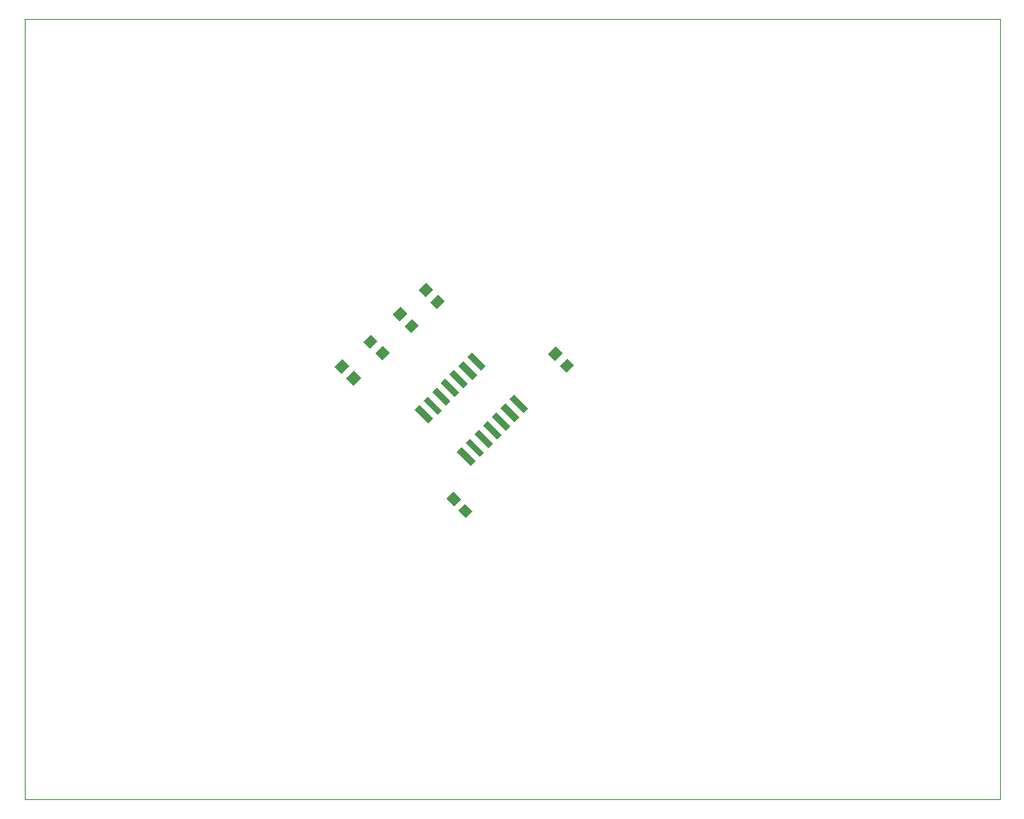
<source format=gtp>
G75*
%MOIN*%
%OFA0B0*%
%FSLAX24Y24*%
%IPPOS*%
%LPD*%
%AMOC8*
5,1,8,0,0,1.08239X$1,22.5*
%
%ADD10C,0.0000*%
%ADD11R,0.0260X0.0800*%
%ADD12R,0.0433X0.0394*%
%ADD13R,0.0394X0.0433*%
D10*
X000100Y000100D02*
X000100Y031596D01*
X039470Y031596D01*
X039470Y000100D01*
X000100Y000100D01*
D11*
G36*
X018309Y013764D02*
X018125Y013580D01*
X017561Y014144D01*
X017745Y014328D01*
X018309Y013764D01*
G37*
G36*
X018662Y014117D02*
X018478Y013933D01*
X017914Y014497D01*
X018098Y014681D01*
X018662Y014117D01*
G37*
G36*
X019016Y014471D02*
X018832Y014287D01*
X018268Y014851D01*
X018452Y015035D01*
X019016Y014471D01*
G37*
G36*
X019370Y014824D02*
X019186Y014640D01*
X018622Y015204D01*
X018806Y015388D01*
X019370Y014824D01*
G37*
G36*
X019723Y015178D02*
X019539Y014994D01*
X018975Y015558D01*
X019159Y015742D01*
X019723Y015178D01*
G37*
G36*
X020077Y015532D02*
X019893Y015348D01*
X019329Y015912D01*
X019513Y016096D01*
X020077Y015532D01*
G37*
G36*
X020430Y015885D02*
X020246Y015701D01*
X019682Y016265D01*
X019866Y016449D01*
X020430Y015885D01*
G37*
G36*
X018719Y017596D02*
X018535Y017412D01*
X017971Y017976D01*
X018155Y018160D01*
X018719Y017596D01*
G37*
G36*
X018366Y017243D02*
X018182Y017059D01*
X017618Y017623D01*
X017802Y017807D01*
X018366Y017243D01*
G37*
G36*
X018012Y016889D02*
X017828Y016705D01*
X017264Y017269D01*
X017448Y017453D01*
X018012Y016889D01*
G37*
G36*
X017658Y016536D02*
X017474Y016352D01*
X016910Y016916D01*
X017094Y017100D01*
X017658Y016536D01*
G37*
G36*
X017305Y016182D02*
X017121Y015998D01*
X016557Y016562D01*
X016741Y016746D01*
X017305Y016182D01*
G37*
G36*
X016951Y015828D02*
X016767Y015644D01*
X016203Y016208D01*
X016387Y016392D01*
X016951Y015828D01*
G37*
G36*
X016598Y015475D02*
X016414Y015291D01*
X015850Y015855D01*
X016034Y016039D01*
X016598Y015475D01*
G37*
D12*
G36*
X017445Y011950D02*
X017147Y012261D01*
X017431Y012534D01*
X017729Y012223D01*
X017445Y011950D01*
G37*
G36*
X017909Y011466D02*
X017611Y011777D01*
X017895Y012050D01*
X018193Y011739D01*
X017909Y011466D01*
G37*
D13*
G36*
X013400Y017405D02*
X013679Y017126D01*
X013374Y016821D01*
X013095Y017100D01*
X013400Y017405D01*
G37*
G36*
X012926Y017879D02*
X013205Y017600D01*
X012900Y017295D01*
X012621Y017574D01*
X012926Y017879D01*
G37*
G36*
X014086Y018889D02*
X014365Y018610D01*
X014060Y018305D01*
X013781Y018584D01*
X014086Y018889D01*
G37*
G36*
X014560Y018415D02*
X014839Y018136D01*
X014534Y017831D01*
X014255Y018110D01*
X014560Y018415D01*
G37*
G36*
X015750Y019525D02*
X016029Y019246D01*
X015724Y018941D01*
X015445Y019220D01*
X015750Y019525D01*
G37*
G36*
X015276Y019999D02*
X015555Y019720D01*
X015250Y019415D01*
X014971Y019694D01*
X015276Y019999D01*
G37*
G36*
X016316Y020969D02*
X016595Y020690D01*
X016290Y020385D01*
X016011Y020664D01*
X016316Y020969D01*
G37*
G36*
X016790Y020495D02*
X017069Y020216D01*
X016764Y019911D01*
X016485Y020190D01*
X016790Y020495D01*
G37*
G36*
X021510Y017815D02*
X021231Y018094D01*
X021536Y018399D01*
X021815Y018120D01*
X021510Y017815D01*
G37*
G36*
X021984Y017341D02*
X021705Y017620D01*
X022010Y017925D01*
X022289Y017646D01*
X021984Y017341D01*
G37*
M02*

</source>
